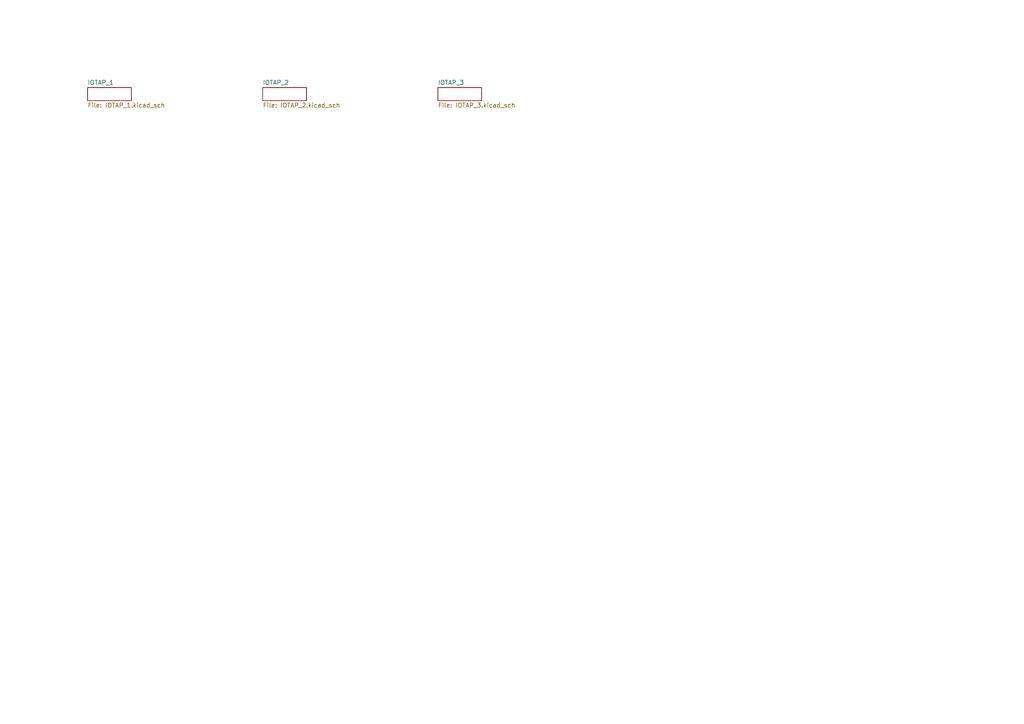
<source format=kicad_sch>
(kicad_sch (version 20230121) (generator eeschema)

  (uuid 67e8d81c-fc9e-464b-897a-6a319c37749a)

  (paper "A4")

  (lib_symbols
  )


  (sheet (at 25.4 25.4) (size 12.7 3.81) (fields_autoplaced)
    (stroke (width 0) (type solid))
    (fill (color 0 0 0 0.0000))
    (uuid 75a1fbb5-eeda-4845-8135-07c29b75e48f)
    (property "Sheetname" "IOTAP_1" (at 25.4 24.6884 0)
      (effects (font (size 1.27 1.27)) (justify left bottom))
    )
    (property "Sheetfile" "IOTAP_1.kicad_sch" (at 25.4 29.7946 0)
      (effects (font (size 1.27 1.27)) (justify left top))
    )
    (instances
      (project "IOTAP"
        (path "/67e8d81c-fc9e-464b-897a-6a319c37749a" (page "1"))
      )
    )
  )

  (sheet (at 127 25.4) (size 12.7 3.81) (fields_autoplaced)
    (stroke (width 0) (type solid))
    (fill (color 0 0 0 0.0000))
    (uuid 98bb55b2-8934-47d9-9a5a-8ab0e2f0d565)
    (property "Sheetname" "IOTAP_3" (at 127 24.6884 0)
      (effects (font (size 1.27 1.27)) (justify left bottom))
    )
    (property "Sheetfile" "IOTAP_3.kicad_sch" (at 127 29.7946 0)
      (effects (font (size 1.27 1.27)) (justify left top))
    )
    (instances
      (project "IOTAP"
        (path "/67e8d81c-fc9e-464b-897a-6a319c37749a" (page "3"))
      )
    )
  )

  (sheet (at 76.2 25.4) (size 12.7 3.81) (fields_autoplaced)
    (stroke (width 0) (type solid))
    (fill (color 0 0 0 0.0000))
    (uuid c8c73b6c-82aa-4e1e-8a43-1e5ca195df18)
    (property "Sheetname" "IOTAP_2" (at 76.2 24.6884 0)
      (effects (font (size 1.27 1.27)) (justify left bottom))
    )
    (property "Sheetfile" "IOTAP_2.kicad_sch" (at 76.2 29.7946 0)
      (effects (font (size 1.27 1.27)) (justify left top))
    )
    (instances
      (project "IOTAP"
        (path "/67e8d81c-fc9e-464b-897a-6a319c37749a" (page "2"))
      )
    )
  )

  (sheet_instances
    (path "/" (page "1"))
  )
)

</source>
